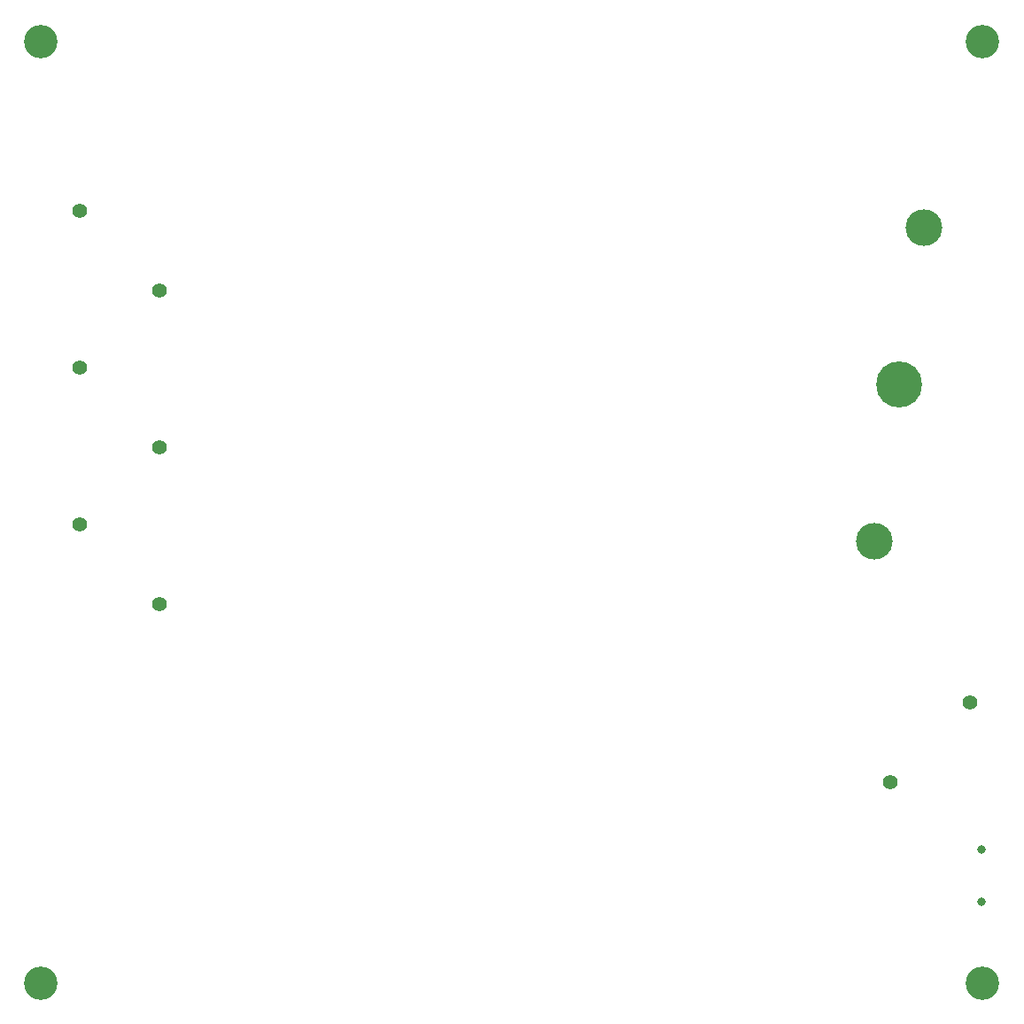
<source format=gbr>
%TF.GenerationSoftware,Altium Limited,Altium Designer,22.7.1 (60)*%
G04 Layer_Color=0*
%FSLAX43Y43*%
%MOMM*%
%TF.SameCoordinates,2B380584-264C-487A-9C59-0A3591007A03*%
%TF.FilePolarity,Positive*%
%TF.FileFunction,NonPlated,1,2,NPTH,Drill*%
%TF.Part,Single*%
G01*
G75*
%TA.AperFunction,ComponentDrill*%
%ADD92C,0.800*%
%ADD93C,4.400*%
%ADD94C,3.500*%
%ADD95C,1.400*%
%ADD96C,1.400*%
%TA.AperFunction,OtherDrill,Pad Free-2 (5mm,5mm)*%
%ADD97C,3.200*%
%TA.AperFunction,OtherDrill,Pad Free-3 (95mm,5mm)*%
%ADD98C,3.200*%
%TA.AperFunction,OtherDrill,Pad Free-4 (95mm,95mm)*%
%ADD99C,3.200*%
%TA.AperFunction,OtherDrill,Pad Free-5 (5mm,95mm)*%
%ADD100C,3.200*%
D92*
X94900Y12740D02*
D03*
Y17740D02*
D03*
D93*
X87022Y62236D02*
D03*
D94*
X89372Y77221D02*
D03*
X84672Y47251D02*
D03*
D95*
X8690Y78810D02*
D03*
X16310Y71190D02*
D03*
X8690Y63810D02*
D03*
X16310Y56190D02*
D03*
X8690Y48810D02*
D03*
X16310Y41190D02*
D03*
D96*
X93810Y31810D02*
D03*
X86190Y24190D02*
D03*
D97*
X5000Y5000D02*
D03*
D98*
X95000D02*
D03*
D99*
Y95000D02*
D03*
D100*
X5000D02*
D03*
%TF.MD5,6c7e6fd9f6f8b95319bdcd18dd62c2a1*%
M02*

</source>
